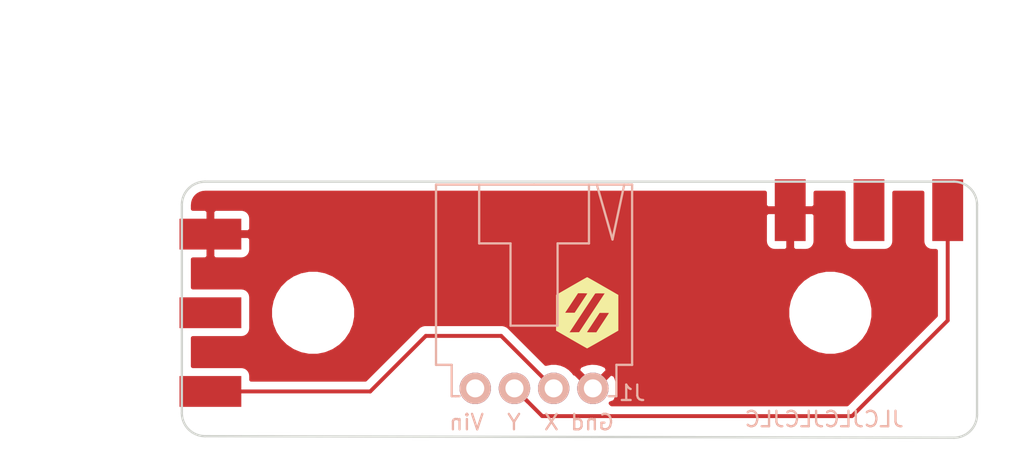
<source format=kicad_pcb>
(kicad_pcb (version 20171130) (host pcbnew "(5.1.6)-1")

  (general
    (thickness 1.6)
    (drawings 10)
    (tracks 10)
    (zones 0)
    (modules 6)
    (nets 5)
  )

  (page A4)
  (title_block
    (title "X-Y Endstop")
    (date 2017-11-09)
    (rev A)
    (comment 3 " CARLOS RUIZ")
    (comment 4 " MAKSIM ZOLIN")
  )

  (layers
    (0 F.Cu signal)
    (31 B.Cu signal)
    (32 B.Adhes user)
    (33 F.Adhes user)
    (34 B.Paste user)
    (35 F.Paste user)
    (36 B.SilkS user)
    (37 F.SilkS user)
    (38 B.Mask user)
    (39 F.Mask user)
    (40 Dwgs.User user)
    (41 Cmts.User user)
    (42 Eco1.User user)
    (43 Eco2.User user)
    (44 Edge.Cuts user)
    (45 Margin user)
    (46 B.CrtYd user)
    (47 F.CrtYd user)
    (48 B.Fab user)
    (49 F.Fab user)
  )

  (setup
    (last_trace_width 0.254)
    (trace_clearance 0.1778)
    (zone_clearance 0.508)
    (zone_45_only no)
    (trace_min 0.2)
    (via_size 0.6)
    (via_drill 0.4)
    (via_min_size 0.4)
    (via_min_drill 0.3)
    (uvia_size 0.3)
    (uvia_drill 0.1)
    (uvias_allowed no)
    (uvia_min_size 0.2)
    (uvia_min_drill 0.1)
    (edge_width 0.15)
    (segment_width 0.2)
    (pcb_text_width 0.3)
    (pcb_text_size 1.5 1.5)
    (mod_edge_width 0.15)
    (mod_text_size 1 1)
    (mod_text_width 0.15)
    (pad_size 3.2 3.2)
    (pad_drill 3.2)
    (pad_to_mask_clearance 0.2)
    (aux_axis_origin 124.87 104.8)
    (grid_origin 142.6 107.9)
    (visible_elements 7FFFFFFF)
    (pcbplotparams
      (layerselection 0x010f0_ffffffff)
      (usegerberextensions false)
      (usegerberattributes false)
      (usegerberadvancedattributes false)
      (creategerberjobfile false)
      (excludeedgelayer true)
      (linewidth 0.100000)
      (plotframeref false)
      (viasonmask false)
      (mode 1)
      (useauxorigin false)
      (hpglpennumber 1)
      (hpglpenspeed 20)
      (hpglpendiameter 15.000000)
      (psnegative false)
      (psa4output false)
      (plotreference true)
      (plotvalue true)
      (plotinvisibletext false)
      (padsonsilk false)
      (subtractmaskfromsilk false)
      (outputformat 1)
      (mirror false)
      (drillshape 0)
      (scaleselection 1)
      (outputdirectory "../Gerbers/"))
  )

  (net 0 "")
  (net 1 GND)
  (net 2 +5V)
  (net 3 Y_SIG)
  (net 4 X_SIG)

  (net_class Default "This is the default net class."
    (clearance 0.1778)
    (trace_width 0.254)
    (via_dia 0.6)
    (via_drill 0.4)
    (uvia_dia 0.3)
    (uvia_drill 0.1)
    (add_net +5V)
    (add_net GND)
    (add_net X_SIG)
    (add_net Y_SIG)
  )

  (net_class power ""
    (clearance 0.2032)
    (trace_width 0.508)
    (via_dia 0.6)
    (via_drill 0.4)
    (uvia_dia 0.3)
    (uvia_drill 0.1)
  )

  (module MZBOT:D2F-L (layer F.Cu) (tedit 5F2D72B8) (tstamp 5F2B8D66)
    (at 119.25 67.9 90)
    (fp_text reference REF** (at 6.8 -5.5 90) (layer F.SilkS) hide
      (effects (font (size 1 1) (thickness 0.15)))
    )
    (fp_text value D2F-L (at 6.3 2.1 90) (layer F.Fab)
      (effects (font (size 1 1) (thickness 0.15)))
    )
    (fp_arc (start 11.495124 9.221647) (end 11.045123 9.883085) (angle -68.45771) (layer Dwgs.User) (width 0.1))
    (fp_arc (start 9.665124 5.021649) (end 10.12338 6.021648) (angle -130.7602) (layer Dwgs.User) (width 0.1))
    (fp_arc (start 11.361197 -0.010491) (end 11.960336 0.021649) (angle -87.639903) (layer Dwgs.User) (width 0.1))
    (fp_arc (start 8.365124 -0.84343) (end 8.965124 -0.843431) (angle -179.99996) (layer Dwgs.User) (width 0.1))
    (fp_arc (start 1.335124 9.221647) (end 0.885124 9.883086) (angle -68.45774) (layer Dwgs.User) (width 0.1))
    (fp_arc (start 9.665124 5.021649) (end 9.206867 4.02165) (angle -130.760096) (layer Dwgs.User) (width 0.1))
    (fp_arc (start 10.395122 8.721646) (end 11.045123 9.188015) (angle -71.31805) (layer Dwgs.User) (width 0.1))
    (fp_arc (start 6.415124 9.221647) (end 5.965123 9.883085) (angle -68.45771) (layer Dwgs.User) (width 0.1))
    (fp_arc (start 12.595122 8.721646) (end 11.945124 8.255277) (angle -71.318351) (layer Dwgs.User) (width 0.1))
    (fp_arc (start 2.435123 8.721646) (end 1.785125 8.255277) (angle -71.318351) (layer Dwgs.User) (width 0.1))
    (fp_arc (start 5.315122 8.721646) (end 5.965123 9.188015) (angle -71.31805) (layer Dwgs.User) (width 0.1))
    (fp_arc (start 0.265125 0.22165) (end 0.265125 0.02165) (angle -89.999982) (layer Dwgs.User) (width 0.1))
    (fp_arc (start 0.235123 8.721646) (end 0.885124 9.188015) (angle -71.31805) (layer Dwgs.User) (width 0.1))
    (fp_arc (start 7.515122 8.721646) (end 6.865124 8.255277) (angle -71.318351) (layer Dwgs.User) (width 0.1))
    (fp_arc (start 11.361197 -0.010491) (end 11.65947 0.021649) (angle -90.719443) (layer Dwgs.User) (width 0.1))
    (fp_arc (start 12.565122 0.22165) (end 12.765122 0.22165) (angle -89.999978) (layer Dwgs.User) (width 0.1))
    (fp_line (start 11.5 -0.6) (end 0.137088 -4.978348) (layer Dwgs.User) (width 0.1))
    (fp_line (start 10.415122 6.521649) (end 10.615123 6.121648) (layer Dwgs.User) (width 0.1))
    (fp_line (start 8.965123 -0.84343) (end 8.965123 0.021649) (layer Dwgs.User) (width 0.1))
    (fp_line (start 7.065123 6.121648) (end 7.065123 6.421647) (layer Dwgs.User) (width 0.1))
    (fp_line (start 0.065124 0.22165) (end 0.065124 3.62165) (layer Dwgs.User) (width 0.1))
    (fp_line (start 10.12338 6.021649) (end 9.206867 6.021649) (layer Dwgs.User) (width 0.1))
    (fp_line (start 2.215124 6.121648) (end 2.415124 6.521648) (layer Dwgs.User) (width 0.1))
    (fp_line (start 1.955125 6.121648) (end 1.955125 6.421647) (layer Dwgs.User) (width 0.1))
    (fp_line (start 10.415123 6.521649) (end 8.515122 6.521649) (layer Dwgs.User) (width 0.1))
    (fp_line (start 5.965123 9.188014) (end 5.965123 9.883084) (layer Dwgs.User) (width 0.1))
    (fp_line (start 6.865124 9.188015) (end 6.865124 9.883085) (layer Dwgs.User) (width 0.1))
    (fp_line (start 1.785125 6.421647) (end 1.785125 8.255277) (layer Dwgs.User) (width 0.1))
    (fp_line (start 1.955125 6.421647) (end 1.785125 6.421647) (layer Dwgs.User) (width 0.1))
    (fp_line (start 11.945123 6.121648) (end 11.945123 8.255277) (layer Dwgs.User) (width 0.1))
    (fp_line (start 7.765123 -0.84343) (end 7.765123 0.021649) (layer Dwgs.User) (width 0.1))
    (fp_line (start 10.12338 4.021649) (end 9.206867 4.021649) (layer Dwgs.User) (width 0.1))
    (fp_line (start 11.430586 -0.305246) (end 0.029208 -4.698416) (layer Dwgs.User) (width 0.1))
    (fp_line (start 10.875123 6.121648) (end 10.875123 6.421647) (layer Dwgs.User) (width 0.1))
    (fp_line (start 4.315121 6.521649) (end 2.415124 6.521649) (layer Dwgs.User) (width 0.1))
    (fp_line (start 5.765122 6.121648) (end 5.765122 6.421647) (layer Dwgs.User) (width 0.1))
    (fp_line (start 0.137049 -4.978368) (end 0.029182 -4.698428) (layer Dwgs.User) (width 0.1))
    (fp_line (start 0.885124 6.121648) (end 0.885124 8.255278) (layer Dwgs.User) (width 0.1))
    (fp_line (start 0.515125 6.521649) (end 0.015124 6.521649) (layer Dwgs.User) (width 0.1))
    (fp_line (start 12.565122 0.021649) (end 0.265125 0.021649) (layer Dwgs.User) (width 0.1))
    (fp_line (start 11.045123 9.188014) (end 11.045123 9.883084) (layer Dwgs.User) (width 0.1))
    (fp_line (start 4.315122 6.521649) (end 4.515122 6.121648) (layer Dwgs.User) (width 0.1))
    (fp_line (start 12.215122 6.121647) (end 12.315122 6.521648) (layer Dwgs.User) (width 0.1))
    (fp_line (start 1.785125 9.188015) (end 1.785125 9.883084) (layer Dwgs.User) (width 0.1))
    (fp_line (start 2.215124 6.121648) (end 0.615125 6.121648) (layer Dwgs.User) (width 0.1))
    (fp_line (start 8.315122 6.121648) (end 4.515122 6.121648) (layer Dwgs.User) (width 0.1))
    (fp_line (start 11.045123 6.421647) (end 11.045123 8.255278) (layer Dwgs.User) (width 0.1))
    (fp_circle (center 3.165124 5.021649) (end 4.165124 5.021649) (layer Dwgs.User) (width 0.1))
    (fp_line (start 0.885124 9.188014) (end 0.885124 9.883085) (layer Dwgs.User) (width 0.1))
    (fp_line (start 11.945123 9.188015) (end 11.945123 9.883085) (layer Dwgs.User) (width 0.1))
    (fp_line (start 7.065123 6.421647) (end 6.865124 6.421647) (layer Dwgs.User) (width 0.1))
    (fp_line (start 12.765123 0.22165) (end 12.765123 3.62165) (layer Dwgs.User) (width 0.1))
    (fp_line (start 0.015124 3.62165) (end 0.015124 6.521649) (layer Dwgs.User) (width 0.1))
    (fp_line (start 12.815123 3.62165) (end 12.815123 6.521649) (layer Dwgs.User) (width 0.1))
    (fp_line (start 5.965123 6.421647) (end 5.765122 6.421647) (layer Dwgs.User) (width 0.1))
    (fp_line (start 12.815123 6.521649) (end 12.315123 6.521649) (layer Dwgs.User) (width 0.1))
    (fp_line (start 0.615125 6.121647) (end 0.515125 6.521648) (layer Dwgs.User) (width 0.1))
    (fp_line (start 5.965123 6.421647) (end 5.965123 8.255278) (layer Dwgs.User) (width 0.1))
    (fp_line (start 11.045123 6.421647) (end 10.875123 6.421647) (layer Dwgs.User) (width 0.1))
    (fp_line (start 6.865124 6.421647) (end 6.865124 8.255277) (layer Dwgs.User) (width 0.1))
    (fp_line (start 8.515122 6.521648) (end 8.315122 6.121647) (layer Dwgs.User) (width 0.1))
    (fp_line (start 12.215123 6.121648) (end 10.615123 6.121648) (layer Dwgs.User) (width 0.1))
    (pad 3 connect rect (at 11.5 8.6 90) (size 2 4) (layers F.Cu F.Mask)
      (net 1 GND))
    (pad 2 connect rect (at 6.4 8.6 90) (size 2 4) (layers F.Cu F.Mask))
    (pad 1 connect rect (at 1.3 8.6 90) (size 2 4) (layers F.Cu F.Mask)
      (net 4 X_SIG))
    (model ${KIPRJMOD}/MZBOT.pretty/3D_Files/D2F-L.wrl
      (offset (xyz 1.35 -6.75 0.15))
      (scale (xyz 1 1 1))
      (rotate (xyz 90 180 0))
    )
    (model ${KIPRJMOD}/MZBOT.pretty/3D_Files/D2F_L.step
      (offset (xyz -3.13 -5.25 0.15))
      (scale (xyz 1 1 1))
      (rotate (xyz 0 0 0))
    )
  )

  (module MZBOT:D2F-L (layer F.Cu) (tedit 5F2D72B8) (tstamp 5F2B8B31)
    (at 164.1 46.25)
    (fp_text reference REF** (at 6.8 -5.5) (layer F.SilkS) hide
      (effects (font (size 1 1) (thickness 0.15)))
    )
    (fp_text value D2F-L (at 6.3 2.1) (layer F.Fab)
      (effects (font (size 1 1) (thickness 0.15)))
    )
    (fp_arc (start 11.495124 9.221647) (end 11.045123 9.883085) (angle -68.45771) (layer Dwgs.User) (width 0.1))
    (fp_arc (start 9.665124 5.021649) (end 10.12338 6.021648) (angle -130.7602) (layer Dwgs.User) (width 0.1))
    (fp_arc (start 11.361197 -0.010491) (end 11.960336 0.021649) (angle -87.639903) (layer Dwgs.User) (width 0.1))
    (fp_arc (start 8.365124 -0.84343) (end 8.965124 -0.843431) (angle -179.99996) (layer Dwgs.User) (width 0.1))
    (fp_arc (start 1.335124 9.221647) (end 0.885124 9.883086) (angle -68.45774) (layer Dwgs.User) (width 0.1))
    (fp_arc (start 9.665124 5.021649) (end 9.206867 4.02165) (angle -130.760096) (layer Dwgs.User) (width 0.1))
    (fp_arc (start 10.395122 8.721646) (end 11.045123 9.188015) (angle -71.31805) (layer Dwgs.User) (width 0.1))
    (fp_arc (start 6.415124 9.221647) (end 5.965123 9.883085) (angle -68.45771) (layer Dwgs.User) (width 0.1))
    (fp_arc (start 12.595122 8.721646) (end 11.945124 8.255277) (angle -71.318351) (layer Dwgs.User) (width 0.1))
    (fp_arc (start 2.435123 8.721646) (end 1.785125 8.255277) (angle -71.318351) (layer Dwgs.User) (width 0.1))
    (fp_arc (start 5.315122 8.721646) (end 5.965123 9.188015) (angle -71.31805) (layer Dwgs.User) (width 0.1))
    (fp_arc (start 0.265125 0.22165) (end 0.265125 0.02165) (angle -89.999982) (layer Dwgs.User) (width 0.1))
    (fp_arc (start 0.235123 8.721646) (end 0.885124 9.188015) (angle -71.31805) (layer Dwgs.User) (width 0.1))
    (fp_arc (start 7.515122 8.721646) (end 6.865124 8.255277) (angle -71.318351) (layer Dwgs.User) (width 0.1))
    (fp_arc (start 11.361197 -0.010491) (end 11.65947 0.021649) (angle -90.719443) (layer Dwgs.User) (width 0.1))
    (fp_arc (start 12.565122 0.22165) (end 12.765122 0.22165) (angle -89.999978) (layer Dwgs.User) (width 0.1))
    (fp_line (start 11.5 -0.6) (end 0.137088 -4.978348) (layer Dwgs.User) (width 0.1))
    (fp_line (start 10.415122 6.521649) (end 10.615123 6.121648) (layer Dwgs.User) (width 0.1))
    (fp_line (start 8.965123 -0.84343) (end 8.965123 0.021649) (layer Dwgs.User) (width 0.1))
    (fp_line (start 7.065123 6.121648) (end 7.065123 6.421647) (layer Dwgs.User) (width 0.1))
    (fp_line (start 0.065124 0.22165) (end 0.065124 3.62165) (layer Dwgs.User) (width 0.1))
    (fp_line (start 10.12338 6.021649) (end 9.206867 6.021649) (layer Dwgs.User) (width 0.1))
    (fp_line (start 2.215124 6.121648) (end 2.415124 6.521648) (layer Dwgs.User) (width 0.1))
    (fp_line (start 1.955125 6.121648) (end 1.955125 6.421647) (layer Dwgs.User) (width 0.1))
    (fp_line (start 10.415123 6.521649) (end 8.515122 6.521649) (layer Dwgs.User) (width 0.1))
    (fp_line (start 5.965123 9.188014) (end 5.965123 9.883084) (layer Dwgs.User) (width 0.1))
    (fp_line (start 6.865124 9.188015) (end 6.865124 9.883085) (layer Dwgs.User) (width 0.1))
    (fp_line (start 1.785125 6.421647) (end 1.785125 8.255277) (layer Dwgs.User) (width 0.1))
    (fp_line (start 1.955125 6.421647) (end 1.785125 6.421647) (layer Dwgs.User) (width 0.1))
    (fp_line (start 11.945123 6.121648) (end 11.945123 8.255277) (layer Dwgs.User) (width 0.1))
    (fp_line (start 7.765123 -0.84343) (end 7.765123 0.021649) (layer Dwgs.User) (width 0.1))
    (fp_line (start 10.12338 4.021649) (end 9.206867 4.021649) (layer Dwgs.User) (width 0.1))
    (fp_line (start 11.430586 -0.305246) (end 0.029208 -4.698416) (layer Dwgs.User) (width 0.1))
    (fp_line (start 10.875123 6.121648) (end 10.875123 6.421647) (layer Dwgs.User) (width 0.1))
    (fp_line (start 4.315121 6.521649) (end 2.415124 6.521649) (layer Dwgs.User) (width 0.1))
    (fp_line (start 5.765122 6.121648) (end 5.765122 6.421647) (layer Dwgs.User) (width 0.1))
    (fp_line (start 0.137049 -4.978368) (end 0.029182 -4.698428) (layer Dwgs.User) (width 0.1))
    (fp_line (start 0.885124 6.121648) (end 0.885124 8.255278) (layer Dwgs.User) (width 0.1))
    (fp_line (start 0.515125 6.521649) (end 0.015124 6.521649) (layer Dwgs.User) (width 0.1))
    (fp_line (start 12.565122 0.021649) (end 0.265125 0.021649) (layer Dwgs.User) (width 0.1))
    (fp_line (start 11.045123 9.188014) (end 11.045123 9.883084) (layer Dwgs.User) (width 0.1))
    (fp_line (start 4.315122 6.521649) (end 4.515122 6.121648) (layer Dwgs.User) (width 0.1))
    (fp_line (start 12.215122 6.121647) (end 12.315122 6.521648) (layer Dwgs.User) (width 0.1))
    (fp_line (start 1.785125 9.188015) (end 1.785125 9.883084) (layer Dwgs.User) (width 0.1))
    (fp_line (start 2.215124 6.121648) (end 0.615125 6.121648) (layer Dwgs.User) (width 0.1))
    (fp_line (start 8.315122 6.121648) (end 4.515122 6.121648) (layer Dwgs.User) (width 0.1))
    (fp_line (start 11.045123 6.421647) (end 11.045123 8.255278) (layer Dwgs.User) (width 0.1))
    (fp_circle (center 3.165124 5.021649) (end 4.165124 5.021649) (layer Dwgs.User) (width 0.1))
    (fp_line (start 0.885124 9.188014) (end 0.885124 9.883085) (layer Dwgs.User) (width 0.1))
    (fp_line (start 11.945123 9.188015) (end 11.945123 9.883085) (layer Dwgs.User) (width 0.1))
    (fp_line (start 7.065123 6.421647) (end 6.865124 6.421647) (layer Dwgs.User) (width 0.1))
    (fp_line (start 12.765123 0.22165) (end 12.765123 3.62165) (layer Dwgs.User) (width 0.1))
    (fp_line (start 0.015124 3.62165) (end 0.015124 6.521649) (layer Dwgs.User) (width 0.1))
    (fp_line (start 12.815123 3.62165) (end 12.815123 6.521649) (layer Dwgs.User) (width 0.1))
    (fp_line (start 5.965123 6.421647) (end 5.765122 6.421647) (layer Dwgs.User) (width 0.1))
    (fp_line (start 12.815123 6.521649) (end 12.315123 6.521649) (layer Dwgs.User) (width 0.1))
    (fp_line (start 0.615125 6.121647) (end 0.515125 6.521648) (layer Dwgs.User) (width 0.1))
    (fp_line (start 5.965123 6.421647) (end 5.965123 8.255278) (layer Dwgs.User) (width 0.1))
    (fp_line (start 11.045123 6.421647) (end 10.875123 6.421647) (layer Dwgs.User) (width 0.1))
    (fp_line (start 6.865124 6.421647) (end 6.865124 8.255277) (layer Dwgs.User) (width 0.1))
    (fp_line (start 8.515122 6.521648) (end 8.315122 6.121647) (layer Dwgs.User) (width 0.1))
    (fp_line (start 12.215123 6.121648) (end 10.615123 6.121648) (layer Dwgs.User) (width 0.1))
    (pad 3 connect rect (at 11.5 8.6) (size 2 4) (layers F.Cu F.Mask)
      (net 3 Y_SIG))
    (pad 2 connect rect (at 6.4 8.6) (size 2 4) (layers F.Cu F.Mask))
    (pad 1 connect rect (at 1.3 8.6) (size 2 4) (layers F.Cu F.Mask)
      (net 1 GND))
    (model ${KIPRJMOD}/MZBOT.pretty/3D_Files/D2F-L.wrl
      (offset (xyz 1.35 -6.75 0.15))
      (scale (xyz 1 1 1))
      (rotate (xyz 90 180 0))
    )
    (model ${KIPRJMOD}/MZBOT.pretty/3D_Files/D2F_L.step
      (offset (xyz -3.13 -5.25 0.15))
      (scale (xyz 1 1 1))
      (rotate (xyz 0 0 0))
    )
  )

  (module MountingHole:MountingHole_4.3mm_M4_DIN965 (layer F.Cu) (tedit 56D1B4CB) (tstamp 5F2C47AA)
    (at 168 61.5)
    (descr "Mounting Hole 4.3mm, no annular, M4, DIN965")
    (tags "mounting hole 4.3mm no annular m4 din965")
    (attr virtual)
    (fp_text reference REF** (at 0 -4.75) (layer F.SilkS) hide
      (effects (font (size 1 1) (thickness 0.15)))
    )
    (fp_text value MountingHole_4.3mm_M4_DIN965 (at 0 4.75) (layer F.Fab)
      (effects (font (size 1 1) (thickness 0.15)))
    )
    (fp_text user %R (at 0.3 0) (layer F.Fab)
      (effects (font (size 1 1) (thickness 0.15)))
    )
    (fp_circle (center 0 0) (end 3.75 0) (layer Cmts.User) (width 0.15))
    (fp_circle (center 0 0) (end 4 0) (layer F.CrtYd) (width 0.05))
    (pad 1 np_thru_hole circle (at 0 0) (size 4.3 4.3) (drill 4.3) (layers *.Cu *.Mask))
  )

  (module MountingHole:MountingHole_4.3mm_M4_DIN965 (layer F.Cu) (tedit 56D1B4CB) (tstamp 5F2C478D)
    (at 134.5 61.5)
    (descr "Mounting Hole 4.3mm, no annular, M4, DIN965")
    (tags "mounting hole 4.3mm no annular m4 din965")
    (attr virtual)
    (fp_text reference REF** (at 0 -4.75) (layer F.SilkS) hide
      (effects (font (size 1 1) (thickness 0.15)))
    )
    (fp_text value MountingHole_4.3mm_M4_DIN965 (at 0 4.75) (layer F.Fab)
      (effects (font (size 1 1) (thickness 0.15)))
    )
    (fp_text user %R (at 0.3 0) (layer F.Fab)
      (effects (font (size 1 1) (thickness 0.15)))
    )
    (fp_circle (center 0 0) (end 3.75 0) (layer Cmts.User) (width 0.15))
    (fp_circle (center 0 0) (end 4 0) (layer F.CrtYd) (width 0.05))
    (pad 1 np_thru_hole circle (at 0 0) (size 4.3 4.3) (drill 4.3) (layers *.Cu *.Mask))
  )

  (module MZBOT:LOGO (layer F.Cu) (tedit 0) (tstamp 5F2C28AF)
    (at 152.25 61.5)
    (fp_text reference G*** (at 0 0) (layer F.SilkS) hide
      (effects (font (size 1.524 1.524) (thickness 0.3)))
    )
    (fp_text value LOGO (at 0.75 0) (layer F.SilkS) hide
      (effects (font (size 1.524 1.524) (thickness 0.3)))
    )
    (fp_poly (pts (xy 0.01868 -2.295305) (xy 0.066055 -2.269814) (xy 0.139419 -2.2292) (xy 0.236067 -2.174993)
      (xy 0.353293 -2.108723) (xy 0.488393 -2.031922) (xy 0.63866 -1.94612) (xy 0.801389 -1.852848)
      (xy 0.973876 -1.753635) (xy 1.016535 -1.729046) (xy 2.013857 -1.15395) (xy 2.013857 1.154299)
      (xy 1.016519 1.729221) (xy 0.84197 1.82962) (xy 0.676419 1.924416) (xy 0.522584 2.01208)
      (xy 0.383183 2.091084) (xy 0.260935 2.159899) (xy 0.158559 2.216995) (xy 0.078774 2.260844)
      (xy 0.024297 2.289917) (xy -0.002151 2.302685) (xy -0.004017 2.303153) (xy -0.023404 2.294123)
      (xy -0.071449 2.268414) (xy -0.145428 2.227567) (xy -0.242619 2.17312) (xy -0.360299 2.106614)
      (xy -0.495744 2.02959) (xy -0.646233 1.943586) (xy -0.809041 1.850144) (xy -0.981447 1.750803)
      (xy -1.020535 1.728228) (xy -1.812081 1.270877) (xy -1.147748 1.270877) (xy -0.518892 1.260929)
      (xy -0.514725 1.254599) (xy -0.015119 1.254599) (xy -0.000015 1.259648) (xy 0.045629 1.264002)
      (xy 0.11607 1.267367) (xy 0.205565 1.269452) (xy 0.286608 1.27) (xy 0.594383 1.27)
      (xy 1.004763 0.64716) (xy 1.093218 0.512624) (xy 1.175129 0.387489) (xy 1.248402 0.274994)
      (xy 1.310945 0.178378) (xy 1.360662 0.100882) (xy 1.39546 0.045746) (xy 1.413246 0.016208)
      (xy 1.415143 0.01216) (xy 1.39799 0.008152) (xy 1.350488 0.004723) (xy 1.27857 0.002106)
      (xy 1.188172 0.000536) (xy 1.11125 0.000186) (xy 0.807357 0.000372) (xy 0.399143 0.619785)
      (xy 0.310701 0.754131) (xy 0.228558 0.879195) (xy 0.15485 0.991701) (xy 0.091714 1.088375)
      (xy 0.041286 1.165943) (xy 0.005704 1.22113) (xy -0.012896 1.250661) (xy -0.015119 1.254599)
      (xy -0.514725 1.254599) (xy 0.31134 0) (xy 1.141572 -1.260928) (xy 0.839496 -1.265918)
      (xy 0.718488 -1.267137) (xy 0.629597 -1.266065) (xy 0.568712 -1.262474) (xy 0.531721 -1.256132)
      (xy 0.515359 -1.247775) (xy 0.502142 -1.229306) (xy 0.470564 -1.182836) (xy 0.422173 -1.110701)
      (xy 0.358519 -1.015238) (xy 0.281149 -0.89878) (xy 0.191614 -0.763665) (xy 0.091461 -0.612226)
      (xy -0.017761 -0.4468) (xy -0.134503 -0.269721) (xy -0.257215 -0.083326) (xy -0.300089 -0.018143)
      (xy -0.424714 0.171373) (xy -0.543997 0.352765) (xy -0.656372 0.523653) (xy -0.760275 0.681657)
      (xy -0.854142 0.824399) (xy -0.936406 0.949498) (xy -1.005504 1.054573) (xy -1.05987 1.137247)
      (xy -1.097939 1.195138) (xy -1.118147 1.225868) (xy -1.120613 1.229617) (xy -1.147748 1.270877)
      (xy -1.812081 1.270877) (xy -2.013857 1.154292) (xy -2.013857 0) (xy -1.431705 0)
      (xy -1.119531 -0.000186) (xy -0.807357 -0.000371) (xy -0.399143 -0.619784) (xy -0.310701 -0.754131)
      (xy -0.228558 -0.879194) (xy -0.15485 -0.9917) (xy -0.091713 -1.088374) (xy -0.041286 -1.165942)
      (xy -0.005704 -1.221129) (xy 0.012896 -1.250661) (xy 0.015119 -1.254599) (xy 0.000016 -1.259648)
      (xy -0.045626 -1.264003) (xy -0.116063 -1.267369) (xy -0.20555 -1.269453) (xy -0.286476 -1.27)
      (xy -0.594118 -1.27) (xy -1.012912 -0.635) (xy -1.431705 0) (xy -2.013857 0)
      (xy -2.013857 -1.15395) (xy -1.016535 -1.729046) (xy -0.842105 -1.82946) (xy -0.67678 -1.924301)
      (xy -0.523267 -2.012041) (xy -0.384271 -2.091147) (xy -0.262496 -2.160091) (xy -0.160649 -2.21734)
      (xy -0.081435 -2.261365) (xy -0.02756 -2.290635) (xy -0.001728 -2.30362) (xy 0 -2.304143)
      (xy 0.01868 -2.295305)) (layer F.SilkS) (width 0.01))
  )

  (module MZBOT:1X4_CONN_L_RA (layer B.Cu) (tedit 5F2ADD70) (tstamp 5F2B751D)
    (at 148.81 66.4 90)
    (path /5A00B701)
    (fp_text reference J1 (at -0.3 6.35 180) (layer B.SilkS)
      (effects (font (size 1 1) (thickness 0.15)) (justify mirror))
    )
    (fp_text value CONN_01X04 (at 6.858 7.62 90) (layer B.Fab)
      (effects (font (size 1 1) (thickness 0.15)) (justify mirror))
    )
    (fp_line (start 13.208 0) (end 13.208 6.096) (layer B.SilkS) (width 0.15))
    (fp_line (start 13.208 6.096) (end 13.208 6.35) (layer B.SilkS) (width 0.15))
    (fp_line (start 13.208 0) (end 13.208 -6.35) (layer B.SilkS) (width 0.15))
    (fp_line (start 9.398 3.556) (end 13.208 3.556) (layer B.SilkS) (width 0.15))
    (fp_line (start 9.398 -3.556) (end 13.208 -3.556) (layer B.SilkS) (width 0.15))
    (fp_line (start 9.652 5.08) (end 13.208 4.064) (layer B.SilkS) (width 0.15))
    (fp_line (start 9.652 5.08) (end 13.208 5.842) (layer B.SilkS) (width 0.15))
    (fp_line (start 9.398 1.524) (end 4.064 1.524) (layer B.SilkS) (width 0.15))
    (fp_line (start 9.398 -1.524) (end 4.064 -1.524) (layer B.SilkS) (width 0.15))
    (fp_line (start 4.064 1.524) (end 4.064 -1.524) (layer B.SilkS) (width 0.15))
    (fp_line (start 9.398 3.556) (end 9.398 1.524) (layer B.SilkS) (width 0.15))
    (fp_line (start 9.398 -1.524) (end 9.398 -3.556) (layer B.SilkS) (width 0.15))
    (fp_line (start 1.524 -5.334) (end 1.524 -6.35) (layer B.SilkS) (width 0.15))
    (fp_line (start 1.524 5.334) (end 1.524 6.35) (layer B.SilkS) (width 0.15))
    (fp_line (start 1.524 6.35) (end 13.208 6.35) (layer B.SilkS) (width 0.15))
    (fp_line (start 1.524 -6.35) (end 13.208 -6.35) (layer B.SilkS) (width 0.15))
    (fp_line (start -0.508 -5.08) (end -0.508 -5.334) (layer B.SilkS) (width 0.15))
    (fp_line (start -0.508 5.334) (end -0.508 4.826) (layer B.SilkS) (width 0.15))
    (fp_line (start -0.508 5.334) (end 1.524 5.334) (layer B.SilkS) (width 0.15))
    (fp_line (start -0.508 -5.334) (end 1.524 -5.334) (layer B.SilkS) (width 0.15))
    (fp_line (start -0.508 -5.08) (end -0.508 -4.826) (layer B.SilkS) (width 0.15))
    (pad 4 thru_hole circle (at 0 -3.81 90) (size 2.032 2.032) (drill 1.1684) (layers *.Cu *.Mask B.SilkS)
      (net 2 +5V))
    (pad 3 thru_hole circle (at 0 -1.27 90) (size 2.032 2.032) (drill 1.1684) (layers *.Cu *.Mask B.SilkS)
      (net 3 Y_SIG))
    (pad 2 thru_hole circle (at 0 1.27 90) (size 2.032 2.032) (drill 1.1684) (layers *.Cu *.Mask B.SilkS)
      (net 4 X_SIG))
    (pad 1 thru_hole circle (at 0 3.81 90) (size 2.032 2.032) (drill 1.1684) (layers *.Cu *.Mask B.SilkS)
      (net 1 GND))
    (model ${KIPRJMOD}/MZBOT.pretty/3D_Files/1X4_CONN_L_RA.step
      (at (xyz 0 0 0))
      (scale (xyz 1 1 1))
      (rotate (xyz 0 0 0))
    )
    (model ${KIPRJMOD}/MZBOT.pretty/3D_Files/1X4_CONN_L_RA.wrl
      (at (xyz 0 0 0))
      (scale (xyz 1 1 1))
      (rotate (xyz 0 0 0))
    )
  )

  (gr_text "Gnd X  Y  Vin" (at 148.65 68.6) (layer B.SilkS)
    (effects (font (size 1 1) (thickness 0.15)) (justify mirror))
  )
  (gr_text JLCJLCJLCJLC (at 167.6 68.4) (layer B.SilkS)
    (effects (font (size 1 1) (thickness 0.15)) (justify mirror))
  )
  (gr_arc (start 176 54.5) (end 177.5 54.5) (angle -90) (layer Edge.Cuts) (width 0.15))
  (gr_arc (start 127.5 54.5) (end 127.5 53) (angle -90) (layer Edge.Cuts) (width 0.15))
  (gr_arc (start 127.5 68) (end 126 68) (angle -90) (layer Edge.Cuts) (width 0.15))
  (gr_arc (start 176 68.1) (end 176 69.6) (angle -90) (layer Edge.Cuts) (width 0.15))
  (gr_line (start 176 69.6) (end 127.5 69.5) (layer Edge.Cuts) (width 0.15))
  (gr_line (start 177.5 54.5) (end 177.5 68.1) (layer Edge.Cuts) (width 0.15))
  (gr_line (start 127.5 53) (end 176 53) (layer Edge.Cuts) (width 0.15) (tstamp 5F2B733A))
  (gr_line (start 126 68) (end 126 54.5) (layer Edge.Cuts) (width 0.15))

  (segment (start 165.4 54.85) (end 165.4 56.5) (width 0.254) (layer F.Cu) (net 1))
  (segment (start 148.4 67.26) (end 147.54 66.4) (width 0.254) (layer F.Cu) (net 3))
  (segment (start 175.6 62) (end 175.6 54.85) (width 0.254) (layer F.Cu) (net 3))
  (segment (start 169.4 68.2) (end 175.6 62) (width 0.254) (layer F.Cu) (net 3))
  (segment (start 147.54 66.4) (end 149.34 68.2) (width 0.254) (layer F.Cu) (net 3))
  (segment (start 149.34 68.2) (end 169.4 68.2) (width 0.254) (layer F.Cu) (net 3))
  (segment (start 146.68 63) (end 150.08 66.4) (width 0.254) (layer F.Cu) (net 4))
  (segment (start 141.8 63) (end 146.68 63) (width 0.254) (layer F.Cu) (net 4))
  (segment (start 126.65 66.6) (end 138.2 66.6) (width 0.254) (layer F.Cu) (net 4))
  (segment (start 138.2 66.6) (end 141.8 63) (width 0.254) (layer F.Cu) (net 4))

  (zone (net 1) (net_name GND) (layer F.Cu) (tstamp 0) (hatch edge 0.508)
    (connect_pads (clearance 0.508))
    (min_thickness 0.254)
    (fill yes (arc_segments 32) (thermal_gap 0.508) (thermal_bridge_width 0.508))
    (polygon
      (pts
        (xy 180 71.1) (xy 123.7 71.5) (xy 124.5 51.5) (xy 124.5 51.9) (xy 179.4 51.5)
      )
    )
    (filled_polygon
      (pts
        (xy 163.765 54.56425) (xy 163.92375 54.723) (xy 165.273 54.723) (xy 165.273 53.71) (xy 165.527 53.71)
        (xy 165.527 54.723) (xy 166.87625 54.723) (xy 167.035 54.56425) (xy 167.036531 53.71) (xy 168.861928 53.71)
        (xy 168.861928 56.85) (xy 168.874188 56.974482) (xy 168.910498 57.09418) (xy 168.969463 57.204494) (xy 169.048815 57.301185)
        (xy 169.145506 57.380537) (xy 169.25582 57.439502) (xy 169.375518 57.475812) (xy 169.5 57.488072) (xy 171.5 57.488072)
        (xy 171.624482 57.475812) (xy 171.74418 57.439502) (xy 171.854494 57.380537) (xy 171.951185 57.301185) (xy 172.030537 57.204494)
        (xy 172.089502 57.09418) (xy 172.125812 56.974482) (xy 172.138072 56.85) (xy 172.138072 53.71) (xy 173.961928 53.71)
        (xy 173.961928 56.85) (xy 173.974188 56.974482) (xy 174.010498 57.09418) (xy 174.069463 57.204494) (xy 174.148815 57.301185)
        (xy 174.245506 57.380537) (xy 174.35582 57.439502) (xy 174.475518 57.475812) (xy 174.6 57.488072) (xy 174.838001 57.488072)
        (xy 174.838 61.684369) (xy 169.08437 67.438) (xy 153.837607 67.438) (xy 153.766825 67.367217) (xy 154.03286 67.269522)
        (xy 154.175348 66.977179) (xy 154.258064 66.662656) (xy 154.277831 66.338038) (xy 154.233888 66.015802) (xy 154.127924 65.70833)
        (xy 154.03286 65.530478) (xy 153.766823 65.432782) (xy 152.799605 66.4) (xy 152.813748 66.414143) (xy 152.634143 66.593748)
        (xy 152.62 66.579605) (xy 152.605858 66.593748) (xy 152.426253 66.414143) (xy 152.440395 66.4) (xy 151.473177 65.432782)
        (xy 151.429968 65.448649) (xy 151.362415 65.347549) (xy 151.268043 65.253177) (xy 151.652782 65.253177) (xy 152.62 66.220395)
        (xy 153.587218 65.253177) (xy 153.489522 64.98714) (xy 153.197179 64.844652) (xy 152.882656 64.761936) (xy 152.558038 64.742169)
        (xy 152.235802 64.786112) (xy 151.92833 64.892076) (xy 151.750478 64.98714) (xy 151.652782 65.253177) (xy 151.268043 65.253177)
        (xy 151.132451 65.117585) (xy 150.862042 64.936903) (xy 150.561579 64.812447) (xy 150.242609 64.749) (xy 149.917391 64.749)
        (xy 149.598421 64.812447) (xy 149.578379 64.820749) (xy 147.245284 62.487654) (xy 147.221422 62.458578) (xy 147.105392 62.363355)
        (xy 146.973015 62.292598) (xy 146.829378 62.249026) (xy 146.717426 62.238) (xy 146.717423 62.238) (xy 146.68 62.234314)
        (xy 146.642577 62.238) (xy 141.837423 62.238) (xy 141.8 62.234314) (xy 141.762577 62.238) (xy 141.762574 62.238)
        (xy 141.650622 62.249026) (xy 141.506985 62.292598) (xy 141.470024 62.312354) (xy 141.374607 62.363355) (xy 141.299017 62.425391)
        (xy 141.258578 62.458578) (xy 141.234721 62.487648) (xy 137.88437 65.838) (xy 130.488072 65.838) (xy 130.488072 65.6)
        (xy 130.475812 65.475518) (xy 130.439502 65.35582) (xy 130.380537 65.245506) (xy 130.301185 65.148815) (xy 130.204494 65.069463)
        (xy 130.09418 65.010498) (xy 129.974482 64.974188) (xy 129.85 64.961928) (xy 126.71 64.961928) (xy 126.71 63.138072)
        (xy 129.85 63.138072) (xy 129.974482 63.125812) (xy 130.09418 63.089502) (xy 130.204494 63.030537) (xy 130.301185 62.951185)
        (xy 130.380537 62.854494) (xy 130.439502 62.74418) (xy 130.475812 62.624482) (xy 130.488072 62.5) (xy 130.488072 61.225701)
        (xy 131.715 61.225701) (xy 131.715 61.774299) (xy 131.822026 62.312354) (xy 132.031965 62.819192) (xy 132.33675 63.275334)
        (xy 132.724666 63.66325) (xy 133.180808 63.968035) (xy 133.687646 64.177974) (xy 134.225701 64.285) (xy 134.774299 64.285)
        (xy 135.312354 64.177974) (xy 135.819192 63.968035) (xy 136.275334 63.66325) (xy 136.66325 63.275334) (xy 136.968035 62.819192)
        (xy 137.177974 62.312354) (xy 137.285 61.774299) (xy 137.285 61.225701) (xy 165.215 61.225701) (xy 165.215 61.774299)
        (xy 165.322026 62.312354) (xy 165.531965 62.819192) (xy 165.83675 63.275334) (xy 166.224666 63.66325) (xy 166.680808 63.968035)
        (xy 167.187646 64.177974) (xy 167.725701 64.285) (xy 168.274299 64.285) (xy 168.812354 64.177974) (xy 169.319192 63.968035)
        (xy 169.775334 63.66325) (xy 170.16325 63.275334) (xy 170.468035 62.819192) (xy 170.677974 62.312354) (xy 170.785 61.774299)
        (xy 170.785 61.225701) (xy 170.677974 60.687646) (xy 170.468035 60.180808) (xy 170.16325 59.724666) (xy 169.775334 59.33675)
        (xy 169.319192 59.031965) (xy 168.812354 58.822026) (xy 168.274299 58.715) (xy 167.725701 58.715) (xy 167.187646 58.822026)
        (xy 166.680808 59.031965) (xy 166.224666 59.33675) (xy 165.83675 59.724666) (xy 165.531965 60.180808) (xy 165.322026 60.687646)
        (xy 165.215 61.225701) (xy 137.285 61.225701) (xy 137.177974 60.687646) (xy 136.968035 60.180808) (xy 136.66325 59.724666)
        (xy 136.275334 59.33675) (xy 135.819192 59.031965) (xy 135.312354 58.822026) (xy 134.774299 58.715) (xy 134.225701 58.715)
        (xy 133.687646 58.822026) (xy 133.180808 59.031965) (xy 132.724666 59.33675) (xy 132.33675 59.724666) (xy 132.031965 60.180808)
        (xy 131.822026 60.687646) (xy 131.715 61.225701) (xy 130.488072 61.225701) (xy 130.488072 60.5) (xy 130.475812 60.375518)
        (xy 130.439502 60.25582) (xy 130.380537 60.145506) (xy 130.301185 60.048815) (xy 130.204494 59.969463) (xy 130.09418 59.910498)
        (xy 129.974482 59.874188) (xy 129.85 59.861928) (xy 126.71 59.861928) (xy 126.71 58.036531) (xy 127.56425 58.035)
        (xy 127.723 57.87625) (xy 127.723 56.527) (xy 127.977 56.527) (xy 127.977 57.87625) (xy 128.13575 58.035)
        (xy 129.85 58.038072) (xy 129.974482 58.025812) (xy 130.09418 57.989502) (xy 130.204494 57.930537) (xy 130.301185 57.851185)
        (xy 130.380537 57.754494) (xy 130.439502 57.64418) (xy 130.475812 57.524482) (xy 130.488072 57.4) (xy 130.485707 56.85)
        (xy 163.761928 56.85) (xy 163.774188 56.974482) (xy 163.810498 57.09418) (xy 163.869463 57.204494) (xy 163.948815 57.301185)
        (xy 164.045506 57.380537) (xy 164.15582 57.439502) (xy 164.275518 57.475812) (xy 164.4 57.488072) (xy 165.11425 57.485)
        (xy 165.273 57.32625) (xy 165.273 54.977) (xy 165.527 54.977) (xy 165.527 57.32625) (xy 165.68575 57.485)
        (xy 166.4 57.488072) (xy 166.524482 57.475812) (xy 166.64418 57.439502) (xy 166.754494 57.380537) (xy 166.851185 57.301185)
        (xy 166.930537 57.204494) (xy 166.989502 57.09418) (xy 167.025812 56.974482) (xy 167.038072 56.85) (xy 167.035 55.13575)
        (xy 166.87625 54.977) (xy 165.527 54.977) (xy 165.273 54.977) (xy 163.92375 54.977) (xy 163.765 55.13575)
        (xy 163.761928 56.85) (xy 130.485707 56.85) (xy 130.485 56.68575) (xy 130.32625 56.527) (xy 127.977 56.527)
        (xy 127.723 56.527) (xy 126.71 56.527) (xy 126.71 56.273) (xy 127.723 56.273) (xy 127.723 54.92375)
        (xy 127.977 54.92375) (xy 127.977 56.273) (xy 130.32625 56.273) (xy 130.485 56.11425) (xy 130.488072 55.4)
        (xy 130.475812 55.275518) (xy 130.439502 55.15582) (xy 130.380537 55.045506) (xy 130.301185 54.948815) (xy 130.204494 54.869463)
        (xy 130.09418 54.810498) (xy 129.974482 54.774188) (xy 129.85 54.761928) (xy 128.13575 54.765) (xy 127.977 54.92375)
        (xy 127.723 54.92375) (xy 127.56425 54.765) (xy 126.71 54.763469) (xy 126.71 54.534729) (xy 126.728386 54.347215)
        (xy 126.772757 54.200252) (xy 126.844829 54.064703) (xy 126.941852 53.945742) (xy 127.060144 53.847882) (xy 127.195181 53.774868)
        (xy 127.341833 53.729471) (xy 127.527092 53.71) (xy 163.763469 53.71)
      )
    )
  )
)

</source>
